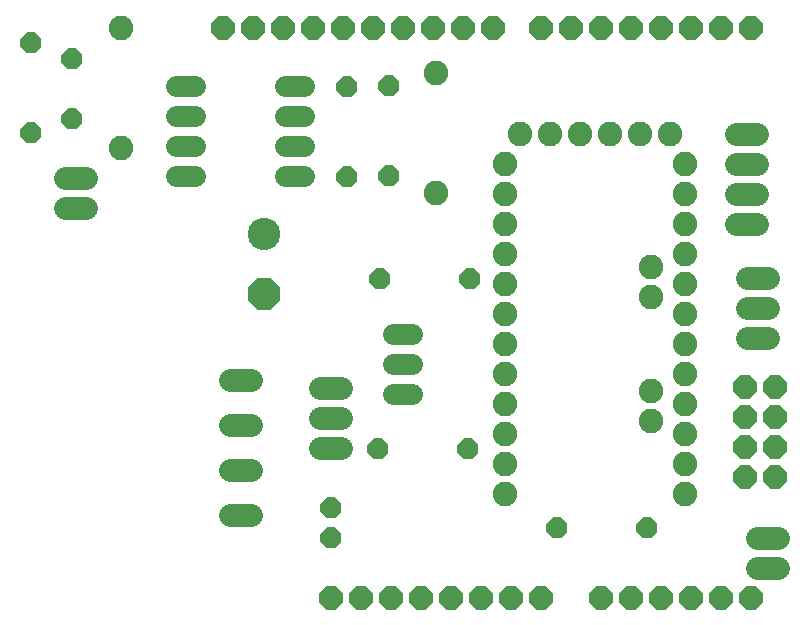
<source format=gbr>
G04 EAGLE Gerber RS-274X export*
G75*
%MOMM*%
%FSLAX34Y34*%
%LPD*%
%INSoldermask Bottom*%
%IPPOS*%
%AMOC8*
5,1,8,0,0,1.08239X$1,22.5*%
G01*
%ADD10P,1.924489X8X112.500000*%
%ADD11P,1.924489X8X292.500000*%
%ADD12C,2.082800*%
%ADD13C,1.778000*%
%ADD14C,1.981200*%
%ADD15C,2.743200*%
%ADD16P,2.969212X8X292.500000*%
%ADD17P,2.144431X8X112.500000*%
%ADD18P,1.924489X8X22.500000*%
%ADD19P,1.924489X8X202.500000*%
%ADD20P,2.127113X8X22.500000*%


D10*
X838962Y381762D03*
X838962Y457962D03*
D11*
X571500Y495300D03*
X571500Y419100D03*
D12*
X647700Y406400D03*
X647700Y508000D03*
D13*
X878586Y248412D02*
X894334Y248412D01*
X894334Y197612D02*
X878586Y197612D01*
X878586Y223012D02*
X894334Y223012D01*
D10*
X875284Y382016D03*
X875284Y458216D03*
D14*
X834390Y152400D02*
X816610Y152400D01*
X816610Y177800D02*
X834390Y177800D01*
X834390Y203200D02*
X816610Y203200D01*
D12*
X973074Y392430D03*
X973074Y367030D03*
X973074Y341630D03*
X973074Y316230D03*
X973074Y290830D03*
X973074Y265430D03*
X973074Y240030D03*
X973074Y214630D03*
X973074Y189230D03*
X973074Y163830D03*
X973074Y138430D03*
X973074Y113030D03*
X1125474Y113030D03*
X1125474Y138430D03*
X1125474Y163830D03*
X1125474Y189230D03*
X1125474Y214630D03*
X1125474Y240030D03*
X1125474Y265430D03*
X1125474Y290830D03*
X1125474Y316230D03*
X1125474Y341630D03*
X1125474Y367030D03*
X1125474Y392430D03*
X1096899Y174943D03*
X1096899Y200343D03*
X1096899Y305118D03*
X1096899Y279718D03*
X985774Y417830D03*
X1011174Y417830D03*
X1036574Y417830D03*
X1061974Y417830D03*
X1087374Y417830D03*
X1112774Y417830D03*
D14*
X758190Y95250D02*
X740410Y95250D01*
X740410Y133350D02*
X758190Y133350D01*
X758190Y171450D02*
X740410Y171450D01*
X740410Y209550D02*
X758190Y209550D01*
D11*
X825500Y101600D03*
X825500Y76200D03*
D15*
X769366Y332994D03*
D16*
X769366Y282194D03*
D11*
X606298Y481584D03*
X606298Y430784D03*
D12*
X914400Y368300D03*
X914400Y469900D03*
D17*
X1201674Y127762D03*
X1176274Y127762D03*
X1201674Y153162D03*
X1176274Y153162D03*
X1201674Y178562D03*
X1176274Y178562D03*
X1201674Y203962D03*
X1176274Y203962D03*
D14*
X1186688Y50800D02*
X1204468Y50800D01*
X1204468Y76200D02*
X1186688Y76200D01*
X1177798Y295656D02*
X1195578Y295656D01*
X1195578Y270256D02*
X1177798Y270256D01*
X1177798Y244856D02*
X1195578Y244856D01*
X618490Y381000D02*
X600710Y381000D01*
X600710Y355600D02*
X618490Y355600D01*
X1168654Y341376D02*
X1186434Y341376D01*
X1186434Y366776D02*
X1168654Y366776D01*
X1168654Y392176D02*
X1186434Y392176D01*
X1186434Y417576D02*
X1168654Y417576D01*
D13*
X710692Y458470D02*
X694944Y458470D01*
X694944Y433070D02*
X710692Y433070D01*
X786892Y433070D02*
X802640Y433070D01*
X802640Y458470D02*
X786892Y458470D01*
X710692Y407670D02*
X694944Y407670D01*
X694944Y382270D02*
X710692Y382270D01*
X786892Y407670D02*
X802640Y407670D01*
X802640Y382270D02*
X786892Y382270D01*
D18*
X867156Y295402D03*
X943356Y295402D03*
D19*
X942086Y150876D03*
X865886Y150876D03*
D18*
X1017270Y84328D03*
X1093470Y84328D03*
D20*
X1079500Y508000D03*
X1054100Y25400D03*
X1104900Y508000D03*
X1130300Y508000D03*
X1155700Y508000D03*
X1181100Y508000D03*
X1054100Y508000D03*
X1028700Y508000D03*
X1003300Y508000D03*
X962660Y508000D03*
X937260Y508000D03*
X911860Y508000D03*
X886460Y508000D03*
X861060Y508000D03*
X835660Y508000D03*
X810260Y508000D03*
X784860Y508000D03*
X1079500Y25400D03*
X1104900Y25400D03*
X1130300Y25400D03*
X1155700Y25400D03*
X1181100Y25400D03*
X1003300Y25400D03*
X977900Y25400D03*
X952500Y25400D03*
X927100Y25400D03*
X901700Y25400D03*
X876300Y25400D03*
X759460Y508000D03*
X734060Y508000D03*
X850900Y25400D03*
X825500Y25400D03*
M02*

</source>
